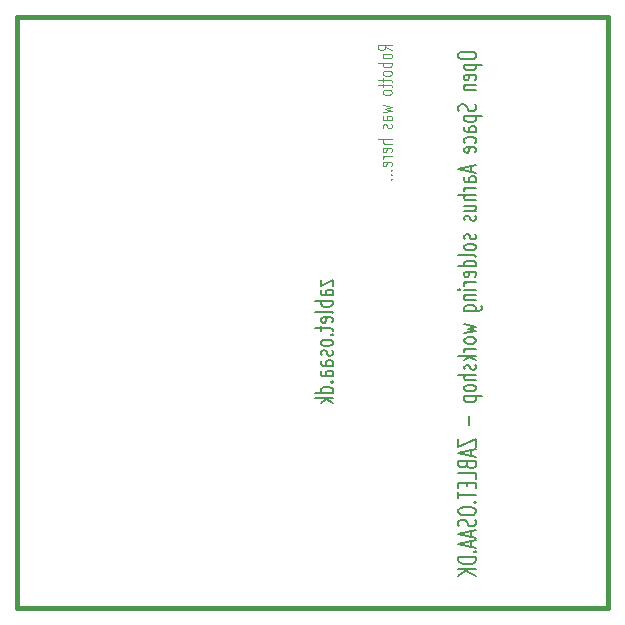
<source format=gbo>
G04 (created by PCBNEW-RS274X (2010-05-05 BZR 2356)-stable) date 08-11-2010 18:06:31*
G01*
G70*
G90*
%MOIN*%
G04 Gerber Fmt 3.4, Leading zero omitted, Abs format*
%FSLAX34Y34*%
G04 APERTURE LIST*
%ADD10C,0.006000*%
%ADD11C,0.004900*%
%ADD12C,0.008100*%
%ADD13C,0.015000*%
G04 APERTURE END LIST*
G54D10*
G54D11*
X22829Y-09158D02*
X22604Y-09053D01*
X22829Y-08978D02*
X22357Y-08978D01*
X22357Y-09098D01*
X22380Y-09128D01*
X22402Y-09143D01*
X22447Y-09158D01*
X22514Y-09158D01*
X22559Y-09143D01*
X22582Y-09128D01*
X22604Y-09098D01*
X22604Y-08978D01*
X22829Y-09338D02*
X22807Y-09308D01*
X22784Y-09293D01*
X22739Y-09278D01*
X22604Y-09278D01*
X22559Y-09293D01*
X22537Y-09308D01*
X22514Y-09338D01*
X22514Y-09383D01*
X22537Y-09413D01*
X22559Y-09428D01*
X22604Y-09443D01*
X22739Y-09443D01*
X22784Y-09428D01*
X22807Y-09413D01*
X22829Y-09383D01*
X22829Y-09338D01*
X22829Y-09578D02*
X22357Y-09578D01*
X22537Y-09578D02*
X22514Y-09608D01*
X22514Y-09668D01*
X22537Y-09698D01*
X22559Y-09713D01*
X22604Y-09728D01*
X22739Y-09728D01*
X22784Y-09713D01*
X22807Y-09698D01*
X22829Y-09668D01*
X22829Y-09608D01*
X22807Y-09578D01*
X22829Y-09908D02*
X22807Y-09878D01*
X22784Y-09863D01*
X22739Y-09848D01*
X22604Y-09848D01*
X22559Y-09863D01*
X22537Y-09878D01*
X22514Y-09908D01*
X22514Y-09953D01*
X22537Y-09983D01*
X22559Y-09998D01*
X22604Y-10013D01*
X22739Y-10013D01*
X22784Y-09998D01*
X22807Y-09983D01*
X22829Y-09953D01*
X22829Y-09908D01*
X22514Y-10103D02*
X22514Y-10223D01*
X22357Y-10148D02*
X22762Y-10148D01*
X22807Y-10163D01*
X22829Y-10193D01*
X22829Y-10223D01*
X22514Y-10283D02*
X22514Y-10403D01*
X22357Y-10328D02*
X22762Y-10328D01*
X22807Y-10343D01*
X22829Y-10373D01*
X22829Y-10403D01*
X22829Y-10553D02*
X22807Y-10523D01*
X22784Y-10508D01*
X22739Y-10493D01*
X22604Y-10493D01*
X22559Y-10508D01*
X22537Y-10523D01*
X22514Y-10553D01*
X22514Y-10598D01*
X22537Y-10628D01*
X22559Y-10643D01*
X22604Y-10658D01*
X22739Y-10658D01*
X22784Y-10643D01*
X22807Y-10628D01*
X22829Y-10598D01*
X22829Y-10553D01*
X22514Y-11003D02*
X22829Y-11063D01*
X22604Y-11123D01*
X22829Y-11183D01*
X22514Y-11243D01*
X22829Y-11498D02*
X22582Y-11498D01*
X22537Y-11483D01*
X22514Y-11453D01*
X22514Y-11393D01*
X22537Y-11363D01*
X22807Y-11498D02*
X22829Y-11468D01*
X22829Y-11393D01*
X22807Y-11363D01*
X22762Y-11348D01*
X22717Y-11348D01*
X22672Y-11363D01*
X22649Y-11393D01*
X22649Y-11468D01*
X22627Y-11498D01*
X22807Y-11633D02*
X22829Y-11663D01*
X22829Y-11723D01*
X22807Y-11753D01*
X22762Y-11768D01*
X22739Y-11768D01*
X22694Y-11753D01*
X22672Y-11723D01*
X22672Y-11678D01*
X22649Y-11648D01*
X22604Y-11633D01*
X22582Y-11633D01*
X22537Y-11648D01*
X22514Y-11678D01*
X22514Y-11723D01*
X22537Y-11753D01*
X22829Y-12143D02*
X22357Y-12143D01*
X22829Y-12278D02*
X22582Y-12278D01*
X22537Y-12263D01*
X22514Y-12233D01*
X22514Y-12188D01*
X22537Y-12158D01*
X22559Y-12143D01*
X22807Y-12548D02*
X22829Y-12518D01*
X22829Y-12458D01*
X22807Y-12428D01*
X22762Y-12413D01*
X22582Y-12413D01*
X22537Y-12428D01*
X22514Y-12458D01*
X22514Y-12518D01*
X22537Y-12548D01*
X22582Y-12563D01*
X22627Y-12563D01*
X22672Y-12413D01*
X22829Y-12698D02*
X22514Y-12698D01*
X22604Y-12698D02*
X22559Y-12713D01*
X22537Y-12728D01*
X22514Y-12758D01*
X22514Y-12788D01*
X22807Y-13013D02*
X22829Y-12983D01*
X22829Y-12923D01*
X22807Y-12893D01*
X22762Y-12878D01*
X22582Y-12878D01*
X22537Y-12893D01*
X22514Y-12923D01*
X22514Y-12983D01*
X22537Y-13013D01*
X22582Y-13028D01*
X22627Y-13028D01*
X22672Y-12878D01*
X22784Y-13163D02*
X22807Y-13178D01*
X22829Y-13163D01*
X22807Y-13148D01*
X22784Y-13163D01*
X22829Y-13163D01*
X22784Y-13313D02*
X22807Y-13328D01*
X22829Y-13313D01*
X22807Y-13298D01*
X22784Y-13313D01*
X22829Y-13313D01*
X22784Y-13463D02*
X22807Y-13478D01*
X22829Y-13463D01*
X22807Y-13448D01*
X22784Y-13463D01*
X22829Y-13463D01*
G54D12*
X25042Y-09307D02*
X25042Y-09382D01*
X25070Y-09419D01*
X25126Y-09457D01*
X25239Y-09476D01*
X25436Y-09476D01*
X25548Y-09457D01*
X25605Y-09419D01*
X25633Y-09382D01*
X25633Y-09307D01*
X25605Y-09269D01*
X25548Y-09232D01*
X25436Y-09213D01*
X25239Y-09213D01*
X25126Y-09232D01*
X25070Y-09269D01*
X25042Y-09307D01*
X25239Y-09645D02*
X25830Y-09645D01*
X25267Y-09645D02*
X25239Y-09682D01*
X25239Y-09757D01*
X25267Y-09795D01*
X25295Y-09814D01*
X25351Y-09832D01*
X25520Y-09832D01*
X25576Y-09814D01*
X25605Y-09795D01*
X25633Y-09757D01*
X25633Y-09682D01*
X25605Y-09645D01*
X25605Y-10151D02*
X25633Y-10113D01*
X25633Y-10038D01*
X25605Y-10001D01*
X25548Y-09982D01*
X25323Y-09982D01*
X25267Y-10001D01*
X25239Y-10038D01*
X25239Y-10113D01*
X25267Y-10151D01*
X25323Y-10170D01*
X25379Y-10170D01*
X25436Y-09982D01*
X25239Y-10339D02*
X25633Y-10339D01*
X25295Y-10339D02*
X25267Y-10358D01*
X25239Y-10395D01*
X25239Y-10451D01*
X25267Y-10489D01*
X25323Y-10508D01*
X25633Y-10508D01*
X25605Y-10976D02*
X25633Y-11032D01*
X25633Y-11126D01*
X25605Y-11164D01*
X25576Y-11182D01*
X25520Y-11201D01*
X25464Y-11201D01*
X25408Y-11182D01*
X25379Y-11164D01*
X25351Y-11126D01*
X25323Y-11051D01*
X25295Y-11014D01*
X25267Y-10995D01*
X25211Y-10976D01*
X25154Y-10976D01*
X25098Y-10995D01*
X25070Y-11014D01*
X25042Y-11051D01*
X25042Y-11145D01*
X25070Y-11201D01*
X25239Y-11370D02*
X25830Y-11370D01*
X25267Y-11370D02*
X25239Y-11407D01*
X25239Y-11482D01*
X25267Y-11520D01*
X25295Y-11539D01*
X25351Y-11557D01*
X25520Y-11557D01*
X25576Y-11539D01*
X25605Y-11520D01*
X25633Y-11482D01*
X25633Y-11407D01*
X25605Y-11370D01*
X25633Y-11895D02*
X25323Y-11895D01*
X25267Y-11876D01*
X25239Y-11838D01*
X25239Y-11763D01*
X25267Y-11726D01*
X25605Y-11895D02*
X25633Y-11857D01*
X25633Y-11763D01*
X25605Y-11726D01*
X25548Y-11707D01*
X25492Y-11707D01*
X25436Y-11726D01*
X25408Y-11763D01*
X25408Y-11857D01*
X25379Y-11895D01*
X25605Y-12251D02*
X25633Y-12213D01*
X25633Y-12138D01*
X25605Y-12101D01*
X25576Y-12082D01*
X25520Y-12063D01*
X25351Y-12063D01*
X25295Y-12082D01*
X25267Y-12101D01*
X25239Y-12138D01*
X25239Y-12213D01*
X25267Y-12251D01*
X25605Y-12570D02*
X25633Y-12532D01*
X25633Y-12457D01*
X25605Y-12420D01*
X25548Y-12401D01*
X25323Y-12401D01*
X25267Y-12420D01*
X25239Y-12457D01*
X25239Y-12532D01*
X25267Y-12570D01*
X25323Y-12589D01*
X25379Y-12589D01*
X25436Y-12401D01*
X25464Y-13039D02*
X25464Y-13227D01*
X25633Y-13002D02*
X25042Y-13133D01*
X25633Y-13264D01*
X25633Y-13565D02*
X25323Y-13565D01*
X25267Y-13546D01*
X25239Y-13508D01*
X25239Y-13433D01*
X25267Y-13396D01*
X25605Y-13565D02*
X25633Y-13527D01*
X25633Y-13433D01*
X25605Y-13396D01*
X25548Y-13377D01*
X25492Y-13377D01*
X25436Y-13396D01*
X25408Y-13433D01*
X25408Y-13527D01*
X25379Y-13565D01*
X25633Y-13752D02*
X25239Y-13752D01*
X25351Y-13752D02*
X25295Y-13771D01*
X25267Y-13789D01*
X25239Y-13827D01*
X25239Y-13864D01*
X25633Y-13996D02*
X25042Y-13996D01*
X25633Y-14165D02*
X25323Y-14165D01*
X25267Y-14146D01*
X25239Y-14108D01*
X25239Y-14052D01*
X25267Y-14015D01*
X25295Y-13996D01*
X25239Y-14521D02*
X25633Y-14521D01*
X25239Y-14352D02*
X25548Y-14352D01*
X25605Y-14371D01*
X25633Y-14408D01*
X25633Y-14464D01*
X25605Y-14502D01*
X25576Y-14521D01*
X25605Y-14689D02*
X25633Y-14727D01*
X25633Y-14802D01*
X25605Y-14839D01*
X25548Y-14858D01*
X25520Y-14858D01*
X25464Y-14839D01*
X25436Y-14802D01*
X25436Y-14745D01*
X25408Y-14708D01*
X25351Y-14689D01*
X25323Y-14689D01*
X25267Y-14708D01*
X25239Y-14745D01*
X25239Y-14802D01*
X25267Y-14839D01*
X25605Y-15308D02*
X25633Y-15346D01*
X25633Y-15421D01*
X25605Y-15458D01*
X25548Y-15477D01*
X25520Y-15477D01*
X25464Y-15458D01*
X25436Y-15421D01*
X25436Y-15364D01*
X25408Y-15327D01*
X25351Y-15308D01*
X25323Y-15308D01*
X25267Y-15327D01*
X25239Y-15364D01*
X25239Y-15421D01*
X25267Y-15458D01*
X25633Y-15702D02*
X25605Y-15665D01*
X25576Y-15646D01*
X25520Y-15627D01*
X25351Y-15627D01*
X25295Y-15646D01*
X25267Y-15665D01*
X25239Y-15702D01*
X25239Y-15758D01*
X25267Y-15796D01*
X25295Y-15815D01*
X25351Y-15833D01*
X25520Y-15833D01*
X25576Y-15815D01*
X25605Y-15796D01*
X25633Y-15758D01*
X25633Y-15702D01*
X25633Y-16058D02*
X25605Y-16021D01*
X25548Y-16002D01*
X25042Y-16002D01*
X25633Y-16377D02*
X25042Y-16377D01*
X25605Y-16377D02*
X25633Y-16339D01*
X25633Y-16264D01*
X25605Y-16227D01*
X25576Y-16208D01*
X25520Y-16189D01*
X25351Y-16189D01*
X25295Y-16208D01*
X25267Y-16227D01*
X25239Y-16264D01*
X25239Y-16339D01*
X25267Y-16377D01*
X25605Y-16714D02*
X25633Y-16676D01*
X25633Y-16601D01*
X25605Y-16564D01*
X25548Y-16545D01*
X25323Y-16545D01*
X25267Y-16564D01*
X25239Y-16601D01*
X25239Y-16676D01*
X25267Y-16714D01*
X25323Y-16733D01*
X25379Y-16733D01*
X25436Y-16545D01*
X25633Y-16902D02*
X25239Y-16902D01*
X25351Y-16902D02*
X25295Y-16921D01*
X25267Y-16939D01*
X25239Y-16977D01*
X25239Y-17014D01*
X25633Y-17146D02*
X25239Y-17146D01*
X25042Y-17146D02*
X25070Y-17127D01*
X25098Y-17146D01*
X25070Y-17165D01*
X25042Y-17146D01*
X25098Y-17146D01*
X25239Y-17334D02*
X25633Y-17334D01*
X25295Y-17334D02*
X25267Y-17353D01*
X25239Y-17390D01*
X25239Y-17446D01*
X25267Y-17484D01*
X25323Y-17503D01*
X25633Y-17503D01*
X25239Y-17859D02*
X25717Y-17859D01*
X25773Y-17840D01*
X25802Y-17821D01*
X25830Y-17784D01*
X25830Y-17727D01*
X25802Y-17690D01*
X25605Y-17859D02*
X25633Y-17821D01*
X25633Y-17746D01*
X25605Y-17709D01*
X25576Y-17690D01*
X25520Y-17671D01*
X25351Y-17671D01*
X25295Y-17690D01*
X25267Y-17709D01*
X25239Y-17746D01*
X25239Y-17821D01*
X25267Y-17859D01*
X25239Y-18308D02*
X25633Y-18383D01*
X25351Y-18458D01*
X25633Y-18533D01*
X25239Y-18608D01*
X25633Y-18815D02*
X25605Y-18778D01*
X25576Y-18759D01*
X25520Y-18740D01*
X25351Y-18740D01*
X25295Y-18759D01*
X25267Y-18778D01*
X25239Y-18815D01*
X25239Y-18871D01*
X25267Y-18909D01*
X25295Y-18928D01*
X25351Y-18946D01*
X25520Y-18946D01*
X25576Y-18928D01*
X25605Y-18909D01*
X25633Y-18871D01*
X25633Y-18815D01*
X25633Y-19115D02*
X25239Y-19115D01*
X25351Y-19115D02*
X25295Y-19134D01*
X25267Y-19152D01*
X25239Y-19190D01*
X25239Y-19227D01*
X25633Y-19359D02*
X25042Y-19359D01*
X25408Y-19396D02*
X25633Y-19509D01*
X25239Y-19509D02*
X25464Y-19359D01*
X25605Y-19659D02*
X25633Y-19697D01*
X25633Y-19772D01*
X25605Y-19809D01*
X25548Y-19828D01*
X25520Y-19828D01*
X25464Y-19809D01*
X25436Y-19772D01*
X25436Y-19715D01*
X25408Y-19678D01*
X25351Y-19659D01*
X25323Y-19659D01*
X25267Y-19678D01*
X25239Y-19715D01*
X25239Y-19772D01*
X25267Y-19809D01*
X25633Y-19997D02*
X25042Y-19997D01*
X25633Y-20166D02*
X25323Y-20166D01*
X25267Y-20147D01*
X25239Y-20109D01*
X25239Y-20053D01*
X25267Y-20016D01*
X25295Y-19997D01*
X25633Y-20409D02*
X25605Y-20372D01*
X25576Y-20353D01*
X25520Y-20334D01*
X25351Y-20334D01*
X25295Y-20353D01*
X25267Y-20372D01*
X25239Y-20409D01*
X25239Y-20465D01*
X25267Y-20503D01*
X25295Y-20522D01*
X25351Y-20540D01*
X25520Y-20540D01*
X25576Y-20522D01*
X25605Y-20503D01*
X25633Y-20465D01*
X25633Y-20409D01*
X25239Y-20709D02*
X25830Y-20709D01*
X25267Y-20709D02*
X25239Y-20746D01*
X25239Y-20821D01*
X25267Y-20859D01*
X25295Y-20878D01*
X25351Y-20896D01*
X25520Y-20896D01*
X25576Y-20878D01*
X25605Y-20859D01*
X25633Y-20821D01*
X25633Y-20746D01*
X25605Y-20709D01*
X25408Y-21365D02*
X25408Y-21665D01*
X25042Y-22115D02*
X25042Y-22378D01*
X25633Y-22115D01*
X25633Y-22378D01*
X25464Y-22509D02*
X25464Y-22697D01*
X25633Y-22472D02*
X25042Y-22603D01*
X25633Y-22734D01*
X25323Y-22997D02*
X25351Y-23053D01*
X25379Y-23072D01*
X25436Y-23091D01*
X25520Y-23091D01*
X25576Y-23072D01*
X25605Y-23053D01*
X25633Y-23016D01*
X25633Y-22866D01*
X25042Y-22866D01*
X25042Y-22997D01*
X25070Y-23035D01*
X25098Y-23053D01*
X25154Y-23072D01*
X25211Y-23072D01*
X25267Y-23053D01*
X25295Y-23035D01*
X25323Y-22997D01*
X25323Y-22866D01*
X25633Y-23447D02*
X25633Y-23260D01*
X25042Y-23260D01*
X25323Y-23579D02*
X25323Y-23710D01*
X25633Y-23766D02*
X25633Y-23579D01*
X25042Y-23579D01*
X25042Y-23766D01*
X25042Y-23879D02*
X25042Y-24104D01*
X25633Y-23991D02*
X25042Y-23991D01*
X25576Y-24235D02*
X25605Y-24254D01*
X25633Y-24235D01*
X25605Y-24216D01*
X25576Y-24235D01*
X25633Y-24235D01*
X25042Y-24498D02*
X25042Y-24573D01*
X25070Y-24610D01*
X25126Y-24648D01*
X25239Y-24667D01*
X25436Y-24667D01*
X25548Y-24648D01*
X25605Y-24610D01*
X25633Y-24573D01*
X25633Y-24498D01*
X25605Y-24460D01*
X25548Y-24423D01*
X25436Y-24404D01*
X25239Y-24404D01*
X25126Y-24423D01*
X25070Y-24460D01*
X25042Y-24498D01*
X25605Y-24817D02*
X25633Y-24873D01*
X25633Y-24967D01*
X25605Y-25005D01*
X25576Y-25023D01*
X25520Y-25042D01*
X25464Y-25042D01*
X25408Y-25023D01*
X25379Y-25005D01*
X25351Y-24967D01*
X25323Y-24892D01*
X25295Y-24855D01*
X25267Y-24836D01*
X25211Y-24817D01*
X25154Y-24817D01*
X25098Y-24836D01*
X25070Y-24855D01*
X25042Y-24892D01*
X25042Y-24986D01*
X25070Y-25042D01*
X25464Y-25192D02*
X25464Y-25380D01*
X25633Y-25155D02*
X25042Y-25286D01*
X25633Y-25417D01*
X25464Y-25530D02*
X25464Y-25718D01*
X25633Y-25493D02*
X25042Y-25624D01*
X25633Y-25755D01*
X25576Y-25887D02*
X25605Y-25906D01*
X25633Y-25887D01*
X25605Y-25868D01*
X25576Y-25887D01*
X25633Y-25887D01*
X25633Y-26075D02*
X25042Y-26075D01*
X25042Y-26169D01*
X25070Y-26225D01*
X25126Y-26262D01*
X25182Y-26281D01*
X25295Y-26300D01*
X25379Y-26300D01*
X25492Y-26281D01*
X25548Y-26262D01*
X25605Y-26225D01*
X25633Y-26169D01*
X25633Y-26075D01*
X25633Y-26469D02*
X25042Y-26469D01*
X25633Y-26694D02*
X25295Y-26525D01*
X25042Y-26694D02*
X25379Y-26469D01*
X20456Y-16814D02*
X20456Y-17021D01*
X20850Y-16814D01*
X20850Y-17021D01*
X20850Y-17340D02*
X20540Y-17340D01*
X20484Y-17321D01*
X20456Y-17283D01*
X20456Y-17208D01*
X20484Y-17171D01*
X20822Y-17340D02*
X20850Y-17302D01*
X20850Y-17208D01*
X20822Y-17171D01*
X20765Y-17152D01*
X20709Y-17152D01*
X20653Y-17171D01*
X20625Y-17208D01*
X20625Y-17302D01*
X20596Y-17340D01*
X20850Y-17527D02*
X20259Y-17527D01*
X20484Y-17527D02*
X20456Y-17564D01*
X20456Y-17639D01*
X20484Y-17677D01*
X20512Y-17696D01*
X20568Y-17714D01*
X20737Y-17714D01*
X20793Y-17696D01*
X20822Y-17677D01*
X20850Y-17639D01*
X20850Y-17564D01*
X20822Y-17527D01*
X20850Y-17939D02*
X20822Y-17902D01*
X20765Y-17883D01*
X20259Y-17883D01*
X20822Y-18239D02*
X20850Y-18201D01*
X20850Y-18126D01*
X20822Y-18089D01*
X20765Y-18070D01*
X20540Y-18070D01*
X20484Y-18089D01*
X20456Y-18126D01*
X20456Y-18201D01*
X20484Y-18239D01*
X20540Y-18258D01*
X20596Y-18258D01*
X20653Y-18070D01*
X20456Y-18371D02*
X20456Y-18521D01*
X20259Y-18427D02*
X20765Y-18427D01*
X20822Y-18446D01*
X20850Y-18483D01*
X20850Y-18521D01*
X20793Y-18652D02*
X20822Y-18671D01*
X20850Y-18652D01*
X20822Y-18633D01*
X20793Y-18652D01*
X20850Y-18652D01*
X20850Y-18896D02*
X20822Y-18859D01*
X20793Y-18840D01*
X20737Y-18821D01*
X20568Y-18821D01*
X20512Y-18840D01*
X20484Y-18859D01*
X20456Y-18896D01*
X20456Y-18952D01*
X20484Y-18990D01*
X20512Y-19009D01*
X20568Y-19027D01*
X20737Y-19027D01*
X20793Y-19009D01*
X20822Y-18990D01*
X20850Y-18952D01*
X20850Y-18896D01*
X20822Y-19177D02*
X20850Y-19215D01*
X20850Y-19290D01*
X20822Y-19327D01*
X20765Y-19346D01*
X20737Y-19346D01*
X20681Y-19327D01*
X20653Y-19290D01*
X20653Y-19233D01*
X20625Y-19196D01*
X20568Y-19177D01*
X20540Y-19177D01*
X20484Y-19196D01*
X20456Y-19233D01*
X20456Y-19290D01*
X20484Y-19327D01*
X20850Y-19684D02*
X20540Y-19684D01*
X20484Y-19665D01*
X20456Y-19627D01*
X20456Y-19552D01*
X20484Y-19515D01*
X20822Y-19684D02*
X20850Y-19646D01*
X20850Y-19552D01*
X20822Y-19515D01*
X20765Y-19496D01*
X20709Y-19496D01*
X20653Y-19515D01*
X20625Y-19552D01*
X20625Y-19646D01*
X20596Y-19684D01*
X20850Y-20040D02*
X20540Y-20040D01*
X20484Y-20021D01*
X20456Y-19983D01*
X20456Y-19908D01*
X20484Y-19871D01*
X20822Y-20040D02*
X20850Y-20002D01*
X20850Y-19908D01*
X20822Y-19871D01*
X20765Y-19852D01*
X20709Y-19852D01*
X20653Y-19871D01*
X20625Y-19908D01*
X20625Y-20002D01*
X20596Y-20040D01*
X20793Y-20227D02*
X20822Y-20246D01*
X20850Y-20227D01*
X20822Y-20208D01*
X20793Y-20227D01*
X20850Y-20227D01*
X20850Y-20584D02*
X20259Y-20584D01*
X20822Y-20584D02*
X20850Y-20546D01*
X20850Y-20471D01*
X20822Y-20434D01*
X20793Y-20415D01*
X20737Y-20396D01*
X20568Y-20396D01*
X20512Y-20415D01*
X20484Y-20434D01*
X20456Y-20471D01*
X20456Y-20546D01*
X20484Y-20584D01*
X20850Y-20771D02*
X20259Y-20771D01*
X20625Y-20808D02*
X20850Y-20921D01*
X20456Y-20921D02*
X20681Y-20771D01*
G54D13*
X10335Y-27756D02*
X30020Y-27756D01*
X10335Y-08071D02*
X10335Y-27756D01*
X30020Y-08071D02*
X10335Y-08071D01*
X30020Y-27756D02*
X30020Y-08071D01*
M02*

</source>
